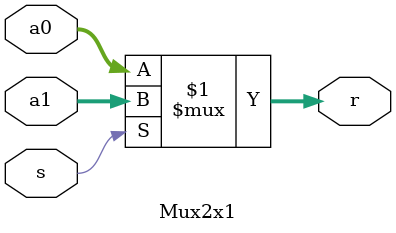
<source format=v>
`timescale 1 ns/100 ps

module Mux2x1 #(parameter SIZE = 2)(output [SIZE-1:0]r, input [SIZE-1:0] a1, a0, input s);
	assign r = s ? a1 : a0;
endmodule
</source>
